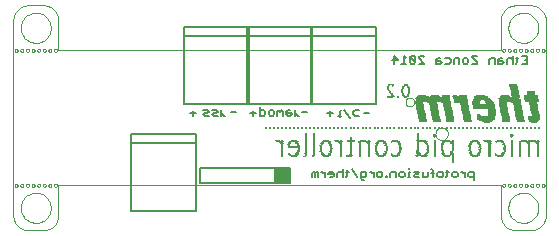
<source format=gbo>
G75*
%MOIN*%
%OFA0B0*%
%FSLAX24Y24*%
%IPPOS*%
%LPD*%
%AMOC8*
5,1,8,0,0,1.08239X$1,22.5*
%
%ADD10C,0.0000*%
%ADD11C,0.0050*%
%ADD12R,0.0080X0.0020*%
%ADD13R,0.0120X0.0020*%
%ADD14R,0.0060X0.0020*%
%ADD15R,0.0140X0.0020*%
%ADD16R,0.0100X0.0020*%
%ADD17R,0.0220X0.0020*%
%ADD18R,0.0200X0.0020*%
%ADD19R,0.0180X0.0020*%
%ADD20R,0.0260X0.0020*%
%ADD21R,0.0240X0.0020*%
%ADD22R,0.0160X0.0020*%
%ADD23R,0.0020X0.0020*%
%ADD24R,0.0040X0.0020*%
%ADD25R,0.0420X0.0020*%
%ADD26R,0.0660X0.0020*%
%ADD27R,0.0360X0.0020*%
%ADD28R,0.0340X0.0020*%
%ADD29R,0.0380X0.0020*%
%ADD30R,0.0280X0.0020*%
%ADD31R,0.0320X0.0020*%
%ADD32R,0.0300X0.0020*%
%ADD33R,0.0400X0.0020*%
%ADD34R,0.0480X0.0020*%
%ADD35R,0.0520X0.0020*%
%ADD36R,0.0580X0.0020*%
%ADD37R,0.0620X0.0020*%
%ADD38R,0.0600X0.0020*%
%ADD39R,0.0760X0.0020*%
%ADD40R,0.0740X0.0020*%
%ADD41R,0.0460X0.0020*%
%ADD42R,0.0440X0.0020*%
%ADD43R,0.0720X0.0020*%
%ADD44R,0.1160X0.0020*%
%ADD45R,0.0700X0.0020*%
%ADD46R,0.0560X0.0020*%
%ADD47R,0.1140X0.0020*%
%ADD48R,0.0680X0.0020*%
%ADD49R,0.1120X0.0020*%
D10*
X004510Y000900D02*
X004510Y007400D01*
X004512Y007444D01*
X004518Y007487D01*
X004527Y007529D01*
X004540Y007571D01*
X004557Y007611D01*
X004577Y007650D01*
X004600Y007687D01*
X004627Y007721D01*
X004656Y007754D01*
X004689Y007783D01*
X004723Y007810D01*
X004760Y007833D01*
X004799Y007853D01*
X004839Y007870D01*
X004881Y007883D01*
X004923Y007892D01*
X004966Y007898D01*
X005010Y007900D01*
X005510Y007900D01*
X005554Y007898D01*
X005597Y007892D01*
X005639Y007883D01*
X005681Y007870D01*
X005721Y007853D01*
X005760Y007833D01*
X005797Y007810D01*
X005831Y007783D01*
X005864Y007754D01*
X005893Y007721D01*
X005920Y007687D01*
X005943Y007650D01*
X005963Y007611D01*
X005980Y007571D01*
X005993Y007529D01*
X006002Y007487D01*
X006008Y007444D01*
X006010Y007400D01*
X006010Y006400D01*
X020760Y006400D01*
X020760Y007400D01*
X020762Y007444D01*
X020768Y007487D01*
X020777Y007529D01*
X020790Y007571D01*
X020807Y007611D01*
X020827Y007650D01*
X020850Y007687D01*
X020877Y007721D01*
X020906Y007754D01*
X020939Y007783D01*
X020973Y007810D01*
X021010Y007833D01*
X021049Y007853D01*
X021089Y007870D01*
X021131Y007883D01*
X021173Y007892D01*
X021216Y007898D01*
X021260Y007900D01*
X021760Y007900D01*
X021804Y007898D01*
X021847Y007892D01*
X021889Y007883D01*
X021931Y007870D01*
X021971Y007853D01*
X022010Y007833D01*
X022047Y007810D01*
X022081Y007783D01*
X022114Y007754D01*
X022143Y007721D01*
X022170Y007687D01*
X022193Y007650D01*
X022213Y007611D01*
X022230Y007571D01*
X022243Y007529D01*
X022252Y007487D01*
X022258Y007444D01*
X022260Y007400D01*
X022260Y000900D01*
X022258Y000856D01*
X022252Y000813D01*
X022243Y000771D01*
X022230Y000729D01*
X022213Y000689D01*
X022193Y000650D01*
X022170Y000613D01*
X022143Y000579D01*
X022114Y000546D01*
X022081Y000517D01*
X022047Y000490D01*
X022010Y000467D01*
X021971Y000447D01*
X021931Y000430D01*
X021889Y000417D01*
X021847Y000408D01*
X021804Y000402D01*
X021760Y000400D01*
X021260Y000400D01*
X021216Y000402D01*
X021173Y000408D01*
X021131Y000417D01*
X021089Y000430D01*
X021049Y000447D01*
X021010Y000467D01*
X020973Y000490D01*
X020939Y000517D01*
X020906Y000546D01*
X020877Y000579D01*
X020850Y000613D01*
X020827Y000650D01*
X020807Y000689D01*
X020790Y000729D01*
X020777Y000771D01*
X020768Y000813D01*
X020762Y000856D01*
X020760Y000900D01*
X020760Y001900D01*
X006010Y001900D01*
X006010Y000900D01*
X006008Y000856D01*
X006002Y000813D01*
X005993Y000771D01*
X005980Y000729D01*
X005963Y000689D01*
X005943Y000650D01*
X005920Y000613D01*
X005893Y000579D01*
X005864Y000546D01*
X005831Y000517D01*
X005797Y000490D01*
X005760Y000467D01*
X005721Y000447D01*
X005681Y000430D01*
X005639Y000417D01*
X005597Y000408D01*
X005554Y000402D01*
X005510Y000400D01*
X005010Y000400D01*
X004966Y000402D01*
X004923Y000408D01*
X004881Y000417D01*
X004839Y000430D01*
X004799Y000447D01*
X004760Y000467D01*
X004723Y000490D01*
X004689Y000517D01*
X004656Y000546D01*
X004627Y000579D01*
X004600Y000613D01*
X004577Y000650D01*
X004557Y000689D01*
X004540Y000729D01*
X004527Y000771D01*
X004518Y000813D01*
X004512Y000856D01*
X004510Y000900D01*
X004760Y001150D02*
X004762Y001194D01*
X004768Y001238D01*
X004778Y001281D01*
X004791Y001323D01*
X004808Y001364D01*
X004829Y001403D01*
X004853Y001440D01*
X004880Y001475D01*
X004910Y001507D01*
X004943Y001537D01*
X004979Y001563D01*
X005016Y001587D01*
X005056Y001606D01*
X005097Y001623D01*
X005140Y001635D01*
X005183Y001644D01*
X005227Y001649D01*
X005271Y001650D01*
X005315Y001647D01*
X005359Y001640D01*
X005402Y001629D01*
X005444Y001615D01*
X005484Y001597D01*
X005523Y001575D01*
X005559Y001551D01*
X005593Y001523D01*
X005625Y001492D01*
X005654Y001458D01*
X005680Y001422D01*
X005702Y001384D01*
X005721Y001344D01*
X005736Y001302D01*
X005748Y001260D01*
X005756Y001216D01*
X005760Y001172D01*
X005760Y001128D01*
X005756Y001084D01*
X005748Y001040D01*
X005736Y000998D01*
X005721Y000956D01*
X005702Y000916D01*
X005680Y000878D01*
X005654Y000842D01*
X005625Y000808D01*
X005593Y000777D01*
X005559Y000749D01*
X005523Y000725D01*
X005484Y000703D01*
X005444Y000685D01*
X005402Y000671D01*
X005359Y000660D01*
X005315Y000653D01*
X005271Y000650D01*
X005227Y000651D01*
X005183Y000656D01*
X005140Y000665D01*
X005097Y000677D01*
X005056Y000694D01*
X005016Y000713D01*
X004979Y000737D01*
X004943Y000763D01*
X004910Y000793D01*
X004880Y000825D01*
X004853Y000860D01*
X004829Y000897D01*
X004808Y000936D01*
X004791Y000977D01*
X004778Y001019D01*
X004768Y001062D01*
X004762Y001106D01*
X004760Y001150D01*
X004741Y001900D02*
X004743Y001913D01*
X004748Y001926D01*
X004757Y001937D01*
X004768Y001944D01*
X004781Y001949D01*
X004794Y001950D01*
X004808Y001947D01*
X004820Y001941D01*
X004830Y001932D01*
X004837Y001920D01*
X004841Y001907D01*
X004841Y001893D01*
X004837Y001880D01*
X004830Y001868D01*
X004820Y001859D01*
X004808Y001853D01*
X004794Y001850D01*
X004781Y001851D01*
X004768Y001856D01*
X004757Y001863D01*
X004748Y001874D01*
X004743Y001887D01*
X004741Y001900D01*
X004553Y001900D02*
X004555Y001913D01*
X004560Y001926D01*
X004569Y001937D01*
X004580Y001944D01*
X004593Y001949D01*
X004606Y001950D01*
X004620Y001947D01*
X004632Y001941D01*
X004642Y001932D01*
X004649Y001920D01*
X004653Y001907D01*
X004653Y001893D01*
X004649Y001880D01*
X004642Y001868D01*
X004632Y001859D01*
X004620Y001853D01*
X004606Y001850D01*
X004593Y001851D01*
X004580Y001856D01*
X004569Y001863D01*
X004560Y001874D01*
X004555Y001887D01*
X004553Y001900D01*
X004928Y001900D02*
X004930Y001913D01*
X004935Y001926D01*
X004944Y001937D01*
X004955Y001944D01*
X004968Y001949D01*
X004981Y001950D01*
X004995Y001947D01*
X005007Y001941D01*
X005017Y001932D01*
X005024Y001920D01*
X005028Y001907D01*
X005028Y001893D01*
X005024Y001880D01*
X005017Y001868D01*
X005007Y001859D01*
X004995Y001853D01*
X004981Y001850D01*
X004968Y001851D01*
X004955Y001856D01*
X004944Y001863D01*
X004935Y001874D01*
X004930Y001887D01*
X004928Y001900D01*
X005116Y001900D02*
X005118Y001913D01*
X005123Y001926D01*
X005132Y001937D01*
X005143Y001944D01*
X005156Y001949D01*
X005169Y001950D01*
X005183Y001947D01*
X005195Y001941D01*
X005205Y001932D01*
X005212Y001920D01*
X005216Y001907D01*
X005216Y001893D01*
X005212Y001880D01*
X005205Y001868D01*
X005195Y001859D01*
X005183Y001853D01*
X005169Y001850D01*
X005156Y001851D01*
X005143Y001856D01*
X005132Y001863D01*
X005123Y001874D01*
X005118Y001887D01*
X005116Y001900D01*
X005303Y001900D02*
X005305Y001913D01*
X005310Y001926D01*
X005319Y001937D01*
X005330Y001944D01*
X005343Y001949D01*
X005356Y001950D01*
X005370Y001947D01*
X005382Y001941D01*
X005392Y001932D01*
X005399Y001920D01*
X005403Y001907D01*
X005403Y001893D01*
X005399Y001880D01*
X005392Y001868D01*
X005382Y001859D01*
X005370Y001853D01*
X005356Y001850D01*
X005343Y001851D01*
X005330Y001856D01*
X005319Y001863D01*
X005310Y001874D01*
X005305Y001887D01*
X005303Y001900D01*
X005491Y001900D02*
X005493Y001913D01*
X005498Y001926D01*
X005507Y001937D01*
X005518Y001944D01*
X005531Y001949D01*
X005544Y001950D01*
X005558Y001947D01*
X005570Y001941D01*
X005580Y001932D01*
X005587Y001920D01*
X005591Y001907D01*
X005591Y001893D01*
X005587Y001880D01*
X005580Y001868D01*
X005570Y001859D01*
X005558Y001853D01*
X005544Y001850D01*
X005531Y001851D01*
X005518Y001856D01*
X005507Y001863D01*
X005498Y001874D01*
X005493Y001887D01*
X005491Y001900D01*
X005678Y001900D02*
X005680Y001913D01*
X005685Y001926D01*
X005694Y001937D01*
X005705Y001944D01*
X005718Y001949D01*
X005731Y001950D01*
X005745Y001947D01*
X005757Y001941D01*
X005767Y001932D01*
X005774Y001920D01*
X005778Y001907D01*
X005778Y001893D01*
X005774Y001880D01*
X005767Y001868D01*
X005757Y001859D01*
X005745Y001853D01*
X005731Y001850D01*
X005718Y001851D01*
X005705Y001856D01*
X005694Y001863D01*
X005685Y001874D01*
X005680Y001887D01*
X005678Y001900D01*
X005866Y001900D02*
X005868Y001913D01*
X005873Y001926D01*
X005882Y001937D01*
X005893Y001944D01*
X005906Y001949D01*
X005919Y001950D01*
X005933Y001947D01*
X005945Y001941D01*
X005955Y001932D01*
X005962Y001920D01*
X005966Y001907D01*
X005966Y001893D01*
X005962Y001880D01*
X005955Y001868D01*
X005945Y001859D01*
X005933Y001853D01*
X005919Y001850D01*
X005906Y001851D01*
X005893Y001856D01*
X005882Y001863D01*
X005873Y001874D01*
X005868Y001887D01*
X005866Y001900D01*
X005866Y006400D02*
X005868Y006413D01*
X005873Y006426D01*
X005882Y006437D01*
X005893Y006444D01*
X005906Y006449D01*
X005919Y006450D01*
X005933Y006447D01*
X005945Y006441D01*
X005955Y006432D01*
X005962Y006420D01*
X005966Y006407D01*
X005966Y006393D01*
X005962Y006380D01*
X005955Y006368D01*
X005945Y006359D01*
X005933Y006353D01*
X005919Y006350D01*
X005906Y006351D01*
X005893Y006356D01*
X005882Y006363D01*
X005873Y006374D01*
X005868Y006387D01*
X005866Y006400D01*
X005678Y006400D02*
X005680Y006413D01*
X005685Y006426D01*
X005694Y006437D01*
X005705Y006444D01*
X005718Y006449D01*
X005731Y006450D01*
X005745Y006447D01*
X005757Y006441D01*
X005767Y006432D01*
X005774Y006420D01*
X005778Y006407D01*
X005778Y006393D01*
X005774Y006380D01*
X005767Y006368D01*
X005757Y006359D01*
X005745Y006353D01*
X005731Y006350D01*
X005718Y006351D01*
X005705Y006356D01*
X005694Y006363D01*
X005685Y006374D01*
X005680Y006387D01*
X005678Y006400D01*
X005491Y006400D02*
X005493Y006413D01*
X005498Y006426D01*
X005507Y006437D01*
X005518Y006444D01*
X005531Y006449D01*
X005544Y006450D01*
X005558Y006447D01*
X005570Y006441D01*
X005580Y006432D01*
X005587Y006420D01*
X005591Y006407D01*
X005591Y006393D01*
X005587Y006380D01*
X005580Y006368D01*
X005570Y006359D01*
X005558Y006353D01*
X005544Y006350D01*
X005531Y006351D01*
X005518Y006356D01*
X005507Y006363D01*
X005498Y006374D01*
X005493Y006387D01*
X005491Y006400D01*
X005303Y006400D02*
X005305Y006413D01*
X005310Y006426D01*
X005319Y006437D01*
X005330Y006444D01*
X005343Y006449D01*
X005356Y006450D01*
X005370Y006447D01*
X005382Y006441D01*
X005392Y006432D01*
X005399Y006420D01*
X005403Y006407D01*
X005403Y006393D01*
X005399Y006380D01*
X005392Y006368D01*
X005382Y006359D01*
X005370Y006353D01*
X005356Y006350D01*
X005343Y006351D01*
X005330Y006356D01*
X005319Y006363D01*
X005310Y006374D01*
X005305Y006387D01*
X005303Y006400D01*
X005116Y006400D02*
X005118Y006413D01*
X005123Y006426D01*
X005132Y006437D01*
X005143Y006444D01*
X005156Y006449D01*
X005169Y006450D01*
X005183Y006447D01*
X005195Y006441D01*
X005205Y006432D01*
X005212Y006420D01*
X005216Y006407D01*
X005216Y006393D01*
X005212Y006380D01*
X005205Y006368D01*
X005195Y006359D01*
X005183Y006353D01*
X005169Y006350D01*
X005156Y006351D01*
X005143Y006356D01*
X005132Y006363D01*
X005123Y006374D01*
X005118Y006387D01*
X005116Y006400D01*
X004928Y006400D02*
X004930Y006413D01*
X004935Y006426D01*
X004944Y006437D01*
X004955Y006444D01*
X004968Y006449D01*
X004981Y006450D01*
X004995Y006447D01*
X005007Y006441D01*
X005017Y006432D01*
X005024Y006420D01*
X005028Y006407D01*
X005028Y006393D01*
X005024Y006380D01*
X005017Y006368D01*
X005007Y006359D01*
X004995Y006353D01*
X004981Y006350D01*
X004968Y006351D01*
X004955Y006356D01*
X004944Y006363D01*
X004935Y006374D01*
X004930Y006387D01*
X004928Y006400D01*
X004741Y006400D02*
X004743Y006413D01*
X004748Y006426D01*
X004757Y006437D01*
X004768Y006444D01*
X004781Y006449D01*
X004794Y006450D01*
X004808Y006447D01*
X004820Y006441D01*
X004830Y006432D01*
X004837Y006420D01*
X004841Y006407D01*
X004841Y006393D01*
X004837Y006380D01*
X004830Y006368D01*
X004820Y006359D01*
X004808Y006353D01*
X004794Y006350D01*
X004781Y006351D01*
X004768Y006356D01*
X004757Y006363D01*
X004748Y006374D01*
X004743Y006387D01*
X004741Y006400D01*
X004553Y006400D02*
X004555Y006413D01*
X004560Y006426D01*
X004569Y006437D01*
X004580Y006444D01*
X004593Y006449D01*
X004606Y006450D01*
X004620Y006447D01*
X004632Y006441D01*
X004642Y006432D01*
X004649Y006420D01*
X004653Y006407D01*
X004653Y006393D01*
X004649Y006380D01*
X004642Y006368D01*
X004632Y006359D01*
X004620Y006353D01*
X004606Y006350D01*
X004593Y006351D01*
X004580Y006356D01*
X004569Y006363D01*
X004560Y006374D01*
X004555Y006387D01*
X004553Y006400D01*
X004760Y007150D02*
X004762Y007194D01*
X004768Y007238D01*
X004778Y007281D01*
X004791Y007323D01*
X004808Y007364D01*
X004829Y007403D01*
X004853Y007440D01*
X004880Y007475D01*
X004910Y007507D01*
X004943Y007537D01*
X004979Y007563D01*
X005016Y007587D01*
X005056Y007606D01*
X005097Y007623D01*
X005140Y007635D01*
X005183Y007644D01*
X005227Y007649D01*
X005271Y007650D01*
X005315Y007647D01*
X005359Y007640D01*
X005402Y007629D01*
X005444Y007615D01*
X005484Y007597D01*
X005523Y007575D01*
X005559Y007551D01*
X005593Y007523D01*
X005625Y007492D01*
X005654Y007458D01*
X005680Y007422D01*
X005702Y007384D01*
X005721Y007344D01*
X005736Y007302D01*
X005748Y007260D01*
X005756Y007216D01*
X005760Y007172D01*
X005760Y007128D01*
X005756Y007084D01*
X005748Y007040D01*
X005736Y006998D01*
X005721Y006956D01*
X005702Y006916D01*
X005680Y006878D01*
X005654Y006842D01*
X005625Y006808D01*
X005593Y006777D01*
X005559Y006749D01*
X005523Y006725D01*
X005484Y006703D01*
X005444Y006685D01*
X005402Y006671D01*
X005359Y006660D01*
X005315Y006653D01*
X005271Y006650D01*
X005227Y006651D01*
X005183Y006656D01*
X005140Y006665D01*
X005097Y006677D01*
X005056Y006694D01*
X005016Y006713D01*
X004979Y006737D01*
X004943Y006763D01*
X004910Y006793D01*
X004880Y006825D01*
X004853Y006860D01*
X004829Y006897D01*
X004808Y006936D01*
X004791Y006977D01*
X004778Y007019D01*
X004768Y007062D01*
X004762Y007106D01*
X004760Y007150D01*
X017583Y004679D02*
X017585Y004703D01*
X017591Y004726D01*
X017600Y004748D01*
X017613Y004768D01*
X017628Y004786D01*
X017647Y004801D01*
X017668Y004813D01*
X017690Y004821D01*
X017713Y004826D01*
X017737Y004827D01*
X017761Y004824D01*
X017783Y004817D01*
X017805Y004807D01*
X017825Y004794D01*
X017842Y004777D01*
X017856Y004758D01*
X017867Y004737D01*
X017875Y004714D01*
X017879Y004691D01*
X017879Y004667D01*
X017875Y004644D01*
X017867Y004621D01*
X017856Y004600D01*
X017842Y004581D01*
X017825Y004564D01*
X017805Y004551D01*
X017783Y004541D01*
X017761Y004534D01*
X017737Y004531D01*
X017713Y004532D01*
X017690Y004537D01*
X017668Y004545D01*
X017647Y004557D01*
X017628Y004572D01*
X017613Y004590D01*
X017600Y004610D01*
X017591Y004632D01*
X017585Y004655D01*
X017583Y004679D01*
X018581Y003621D02*
X018583Y003649D01*
X018589Y003677D01*
X018598Y003703D01*
X018611Y003729D01*
X018627Y003752D01*
X018647Y003772D01*
X018669Y003790D01*
X018693Y003805D01*
X018719Y003816D01*
X018746Y003824D01*
X018774Y003828D01*
X018802Y003828D01*
X018830Y003824D01*
X018857Y003816D01*
X018883Y003805D01*
X018907Y003790D01*
X018929Y003772D01*
X018949Y003752D01*
X018965Y003729D01*
X018978Y003703D01*
X018987Y003677D01*
X018993Y003649D01*
X018995Y003621D01*
X018993Y003593D01*
X018987Y003565D01*
X018978Y003539D01*
X018965Y003513D01*
X018949Y003490D01*
X018929Y003470D01*
X018907Y003452D01*
X018883Y003437D01*
X018857Y003426D01*
X018830Y003418D01*
X018802Y003414D01*
X018774Y003414D01*
X018746Y003418D01*
X018719Y003426D01*
X018693Y003437D01*
X018669Y003452D01*
X018647Y003470D01*
X018627Y003490D01*
X018611Y003513D01*
X018598Y003539D01*
X018589Y003565D01*
X018583Y003593D01*
X018581Y003621D01*
X020803Y001900D02*
X020805Y001913D01*
X020810Y001926D01*
X020819Y001937D01*
X020830Y001944D01*
X020843Y001949D01*
X020856Y001950D01*
X020870Y001947D01*
X020882Y001941D01*
X020892Y001932D01*
X020899Y001920D01*
X020903Y001907D01*
X020903Y001893D01*
X020899Y001880D01*
X020892Y001868D01*
X020882Y001859D01*
X020870Y001853D01*
X020856Y001850D01*
X020843Y001851D01*
X020830Y001856D01*
X020819Y001863D01*
X020810Y001874D01*
X020805Y001887D01*
X020803Y001900D01*
X020991Y001900D02*
X020993Y001913D01*
X020998Y001926D01*
X021007Y001937D01*
X021018Y001944D01*
X021031Y001949D01*
X021044Y001950D01*
X021058Y001947D01*
X021070Y001941D01*
X021080Y001932D01*
X021087Y001920D01*
X021091Y001907D01*
X021091Y001893D01*
X021087Y001880D01*
X021080Y001868D01*
X021070Y001859D01*
X021058Y001853D01*
X021044Y001850D01*
X021031Y001851D01*
X021018Y001856D01*
X021007Y001863D01*
X020998Y001874D01*
X020993Y001887D01*
X020991Y001900D01*
X021178Y001900D02*
X021180Y001913D01*
X021185Y001926D01*
X021194Y001937D01*
X021205Y001944D01*
X021218Y001949D01*
X021231Y001950D01*
X021245Y001947D01*
X021257Y001941D01*
X021267Y001932D01*
X021274Y001920D01*
X021278Y001907D01*
X021278Y001893D01*
X021274Y001880D01*
X021267Y001868D01*
X021257Y001859D01*
X021245Y001853D01*
X021231Y001850D01*
X021218Y001851D01*
X021205Y001856D01*
X021194Y001863D01*
X021185Y001874D01*
X021180Y001887D01*
X021178Y001900D01*
X021366Y001900D02*
X021368Y001913D01*
X021373Y001926D01*
X021382Y001937D01*
X021393Y001944D01*
X021406Y001949D01*
X021419Y001950D01*
X021433Y001947D01*
X021445Y001941D01*
X021455Y001932D01*
X021462Y001920D01*
X021466Y001907D01*
X021466Y001893D01*
X021462Y001880D01*
X021455Y001868D01*
X021445Y001859D01*
X021433Y001853D01*
X021419Y001850D01*
X021406Y001851D01*
X021393Y001856D01*
X021382Y001863D01*
X021373Y001874D01*
X021368Y001887D01*
X021366Y001900D01*
X021553Y001900D02*
X021555Y001913D01*
X021560Y001926D01*
X021569Y001937D01*
X021580Y001944D01*
X021593Y001949D01*
X021606Y001950D01*
X021620Y001947D01*
X021632Y001941D01*
X021642Y001932D01*
X021649Y001920D01*
X021653Y001907D01*
X021653Y001893D01*
X021649Y001880D01*
X021642Y001868D01*
X021632Y001859D01*
X021620Y001853D01*
X021606Y001850D01*
X021593Y001851D01*
X021580Y001856D01*
X021569Y001863D01*
X021560Y001874D01*
X021555Y001887D01*
X021553Y001900D01*
X021741Y001900D02*
X021743Y001913D01*
X021748Y001926D01*
X021757Y001937D01*
X021768Y001944D01*
X021781Y001949D01*
X021794Y001950D01*
X021808Y001947D01*
X021820Y001941D01*
X021830Y001932D01*
X021837Y001920D01*
X021841Y001907D01*
X021841Y001893D01*
X021837Y001880D01*
X021830Y001868D01*
X021820Y001859D01*
X021808Y001853D01*
X021794Y001850D01*
X021781Y001851D01*
X021768Y001856D01*
X021757Y001863D01*
X021748Y001874D01*
X021743Y001887D01*
X021741Y001900D01*
X021928Y001900D02*
X021930Y001913D01*
X021935Y001926D01*
X021944Y001937D01*
X021955Y001944D01*
X021968Y001949D01*
X021981Y001950D01*
X021995Y001947D01*
X022007Y001941D01*
X022017Y001932D01*
X022024Y001920D01*
X022028Y001907D01*
X022028Y001893D01*
X022024Y001880D01*
X022017Y001868D01*
X022007Y001859D01*
X021995Y001853D01*
X021981Y001850D01*
X021968Y001851D01*
X021955Y001856D01*
X021944Y001863D01*
X021935Y001874D01*
X021930Y001887D01*
X021928Y001900D01*
X022116Y001900D02*
X022118Y001913D01*
X022123Y001926D01*
X022132Y001937D01*
X022143Y001944D01*
X022156Y001949D01*
X022169Y001950D01*
X022183Y001947D01*
X022195Y001941D01*
X022205Y001932D01*
X022212Y001920D01*
X022216Y001907D01*
X022216Y001893D01*
X022212Y001880D01*
X022205Y001868D01*
X022195Y001859D01*
X022183Y001853D01*
X022169Y001850D01*
X022156Y001851D01*
X022143Y001856D01*
X022132Y001863D01*
X022123Y001874D01*
X022118Y001887D01*
X022116Y001900D01*
X021010Y001150D02*
X021012Y001194D01*
X021018Y001238D01*
X021028Y001281D01*
X021041Y001323D01*
X021058Y001364D01*
X021079Y001403D01*
X021103Y001440D01*
X021130Y001475D01*
X021160Y001507D01*
X021193Y001537D01*
X021229Y001563D01*
X021266Y001587D01*
X021306Y001606D01*
X021347Y001623D01*
X021390Y001635D01*
X021433Y001644D01*
X021477Y001649D01*
X021521Y001650D01*
X021565Y001647D01*
X021609Y001640D01*
X021652Y001629D01*
X021694Y001615D01*
X021734Y001597D01*
X021773Y001575D01*
X021809Y001551D01*
X021843Y001523D01*
X021875Y001492D01*
X021904Y001458D01*
X021930Y001422D01*
X021952Y001384D01*
X021971Y001344D01*
X021986Y001302D01*
X021998Y001260D01*
X022006Y001216D01*
X022010Y001172D01*
X022010Y001128D01*
X022006Y001084D01*
X021998Y001040D01*
X021986Y000998D01*
X021971Y000956D01*
X021952Y000916D01*
X021930Y000878D01*
X021904Y000842D01*
X021875Y000808D01*
X021843Y000777D01*
X021809Y000749D01*
X021773Y000725D01*
X021734Y000703D01*
X021694Y000685D01*
X021652Y000671D01*
X021609Y000660D01*
X021565Y000653D01*
X021521Y000650D01*
X021477Y000651D01*
X021433Y000656D01*
X021390Y000665D01*
X021347Y000677D01*
X021306Y000694D01*
X021266Y000713D01*
X021229Y000737D01*
X021193Y000763D01*
X021160Y000793D01*
X021130Y000825D01*
X021103Y000860D01*
X021079Y000897D01*
X021058Y000936D01*
X021041Y000977D01*
X021028Y001019D01*
X021018Y001062D01*
X021012Y001106D01*
X021010Y001150D01*
X020991Y006400D02*
X020993Y006413D01*
X020998Y006426D01*
X021007Y006437D01*
X021018Y006444D01*
X021031Y006449D01*
X021044Y006450D01*
X021058Y006447D01*
X021070Y006441D01*
X021080Y006432D01*
X021087Y006420D01*
X021091Y006407D01*
X021091Y006393D01*
X021087Y006380D01*
X021080Y006368D01*
X021070Y006359D01*
X021058Y006353D01*
X021044Y006350D01*
X021031Y006351D01*
X021018Y006356D01*
X021007Y006363D01*
X020998Y006374D01*
X020993Y006387D01*
X020991Y006400D01*
X020803Y006400D02*
X020805Y006413D01*
X020810Y006426D01*
X020819Y006437D01*
X020830Y006444D01*
X020843Y006449D01*
X020856Y006450D01*
X020870Y006447D01*
X020882Y006441D01*
X020892Y006432D01*
X020899Y006420D01*
X020903Y006407D01*
X020903Y006393D01*
X020899Y006380D01*
X020892Y006368D01*
X020882Y006359D01*
X020870Y006353D01*
X020856Y006350D01*
X020843Y006351D01*
X020830Y006356D01*
X020819Y006363D01*
X020810Y006374D01*
X020805Y006387D01*
X020803Y006400D01*
X021178Y006400D02*
X021180Y006413D01*
X021185Y006426D01*
X021194Y006437D01*
X021205Y006444D01*
X021218Y006449D01*
X021231Y006450D01*
X021245Y006447D01*
X021257Y006441D01*
X021267Y006432D01*
X021274Y006420D01*
X021278Y006407D01*
X021278Y006393D01*
X021274Y006380D01*
X021267Y006368D01*
X021257Y006359D01*
X021245Y006353D01*
X021231Y006350D01*
X021218Y006351D01*
X021205Y006356D01*
X021194Y006363D01*
X021185Y006374D01*
X021180Y006387D01*
X021178Y006400D01*
X021366Y006400D02*
X021368Y006413D01*
X021373Y006426D01*
X021382Y006437D01*
X021393Y006444D01*
X021406Y006449D01*
X021419Y006450D01*
X021433Y006447D01*
X021445Y006441D01*
X021455Y006432D01*
X021462Y006420D01*
X021466Y006407D01*
X021466Y006393D01*
X021462Y006380D01*
X021455Y006368D01*
X021445Y006359D01*
X021433Y006353D01*
X021419Y006350D01*
X021406Y006351D01*
X021393Y006356D01*
X021382Y006363D01*
X021373Y006374D01*
X021368Y006387D01*
X021366Y006400D01*
X021553Y006400D02*
X021555Y006413D01*
X021560Y006426D01*
X021569Y006437D01*
X021580Y006444D01*
X021593Y006449D01*
X021606Y006450D01*
X021620Y006447D01*
X021632Y006441D01*
X021642Y006432D01*
X021649Y006420D01*
X021653Y006407D01*
X021653Y006393D01*
X021649Y006380D01*
X021642Y006368D01*
X021632Y006359D01*
X021620Y006353D01*
X021606Y006350D01*
X021593Y006351D01*
X021580Y006356D01*
X021569Y006363D01*
X021560Y006374D01*
X021555Y006387D01*
X021553Y006400D01*
X021741Y006400D02*
X021743Y006413D01*
X021748Y006426D01*
X021757Y006437D01*
X021768Y006444D01*
X021781Y006449D01*
X021794Y006450D01*
X021808Y006447D01*
X021820Y006441D01*
X021830Y006432D01*
X021837Y006420D01*
X021841Y006407D01*
X021841Y006393D01*
X021837Y006380D01*
X021830Y006368D01*
X021820Y006359D01*
X021808Y006353D01*
X021794Y006350D01*
X021781Y006351D01*
X021768Y006356D01*
X021757Y006363D01*
X021748Y006374D01*
X021743Y006387D01*
X021741Y006400D01*
X021928Y006400D02*
X021930Y006413D01*
X021935Y006426D01*
X021944Y006437D01*
X021955Y006444D01*
X021968Y006449D01*
X021981Y006450D01*
X021995Y006447D01*
X022007Y006441D01*
X022017Y006432D01*
X022024Y006420D01*
X022028Y006407D01*
X022028Y006393D01*
X022024Y006380D01*
X022017Y006368D01*
X022007Y006359D01*
X021995Y006353D01*
X021981Y006350D01*
X021968Y006351D01*
X021955Y006356D01*
X021944Y006363D01*
X021935Y006374D01*
X021930Y006387D01*
X021928Y006400D01*
X022116Y006400D02*
X022118Y006413D01*
X022123Y006426D01*
X022132Y006437D01*
X022143Y006444D01*
X022156Y006449D01*
X022169Y006450D01*
X022183Y006447D01*
X022195Y006441D01*
X022205Y006432D01*
X022212Y006420D01*
X022216Y006407D01*
X022216Y006393D01*
X022212Y006380D01*
X022205Y006368D01*
X022195Y006359D01*
X022183Y006353D01*
X022169Y006350D01*
X022156Y006351D01*
X022143Y006356D01*
X022132Y006363D01*
X022123Y006374D01*
X022118Y006387D01*
X022116Y006400D01*
X021010Y007150D02*
X021012Y007194D01*
X021018Y007238D01*
X021028Y007281D01*
X021041Y007323D01*
X021058Y007364D01*
X021079Y007403D01*
X021103Y007440D01*
X021130Y007475D01*
X021160Y007507D01*
X021193Y007537D01*
X021229Y007563D01*
X021266Y007587D01*
X021306Y007606D01*
X021347Y007623D01*
X021390Y007635D01*
X021433Y007644D01*
X021477Y007649D01*
X021521Y007650D01*
X021565Y007647D01*
X021609Y007640D01*
X021652Y007629D01*
X021694Y007615D01*
X021734Y007597D01*
X021773Y007575D01*
X021809Y007551D01*
X021843Y007523D01*
X021875Y007492D01*
X021904Y007458D01*
X021930Y007422D01*
X021952Y007384D01*
X021971Y007344D01*
X021986Y007302D01*
X021998Y007260D01*
X022006Y007216D01*
X022010Y007172D01*
X022010Y007128D01*
X022006Y007084D01*
X021998Y007040D01*
X021986Y006998D01*
X021971Y006956D01*
X021952Y006916D01*
X021930Y006878D01*
X021904Y006842D01*
X021875Y006808D01*
X021843Y006777D01*
X021809Y006749D01*
X021773Y006725D01*
X021734Y006703D01*
X021694Y006685D01*
X021652Y006671D01*
X021609Y006660D01*
X021565Y006653D01*
X021521Y006650D01*
X021477Y006651D01*
X021433Y006656D01*
X021390Y006665D01*
X021347Y006677D01*
X021306Y006694D01*
X021266Y006713D01*
X021229Y006737D01*
X021193Y006763D01*
X021160Y006793D01*
X021130Y006825D01*
X021103Y006860D01*
X021079Y006897D01*
X021058Y006936D01*
X021041Y006977D01*
X021028Y007019D01*
X021018Y007062D01*
X021012Y007106D01*
X021010Y007150D01*
D11*
X021150Y006226D02*
X021150Y005956D01*
X021256Y005956D02*
X021301Y006001D01*
X021301Y006181D01*
X021346Y006136D02*
X021256Y006136D01*
X021150Y006091D02*
X021105Y006136D01*
X021015Y006136D01*
X020970Y006091D01*
X020970Y005956D01*
X020855Y006001D02*
X020810Y006046D01*
X020675Y006046D01*
X020675Y006091D02*
X020675Y005956D01*
X020810Y005956D01*
X020855Y006001D01*
X020810Y006136D02*
X020720Y006136D01*
X020675Y006091D01*
X020560Y006136D02*
X020425Y006136D01*
X020380Y006091D01*
X020380Y005956D01*
X020560Y005956D02*
X020560Y006136D01*
X019971Y006226D02*
X019791Y006226D01*
X019791Y006181D01*
X019971Y006001D01*
X019971Y005956D01*
X019791Y005956D01*
X019676Y006001D02*
X019631Y005956D01*
X019541Y005956D01*
X019496Y006001D01*
X019496Y006091D01*
X019541Y006136D01*
X019631Y006136D01*
X019676Y006091D01*
X019676Y006001D01*
X019382Y005956D02*
X019382Y006136D01*
X019247Y006136D01*
X019202Y006091D01*
X019202Y005956D01*
X019087Y006001D02*
X019087Y006091D01*
X019042Y006136D01*
X018907Y006136D01*
X018747Y006136D02*
X018657Y006136D01*
X018612Y006091D01*
X018612Y005956D01*
X018747Y005956D01*
X018792Y006001D01*
X018747Y006046D01*
X018612Y006046D01*
X018203Y005956D02*
X018023Y006136D01*
X018023Y006181D01*
X018068Y006226D01*
X018158Y006226D01*
X018203Y006181D01*
X018203Y005956D02*
X018023Y005956D01*
X017909Y006001D02*
X017728Y006181D01*
X017728Y006001D01*
X017773Y005956D01*
X017863Y005956D01*
X017909Y006001D01*
X017909Y006181D01*
X017863Y006226D01*
X017773Y006226D01*
X017728Y006181D01*
X017614Y006136D02*
X017524Y006226D01*
X017524Y005956D01*
X017614Y005956D02*
X017434Y005956D01*
X017319Y006091D02*
X017139Y006091D01*
X017184Y005956D02*
X017184Y006226D01*
X017319Y006091D01*
X016600Y006884D02*
X014435Y006884D01*
X014435Y004620D01*
X016600Y004620D01*
X016600Y006884D01*
X016600Y007180D01*
X014435Y007180D01*
X014435Y006884D01*
X014475Y006884D02*
X012310Y006884D01*
X012310Y004620D01*
X014475Y004620D01*
X014475Y006884D01*
X014475Y007180D01*
X012310Y007180D01*
X012310Y006884D01*
X012350Y006884D02*
X010185Y006884D01*
X010185Y004620D01*
X012350Y004620D01*
X012350Y006884D01*
X012350Y007180D01*
X010185Y007180D01*
X010185Y006884D01*
X010847Y004406D02*
X010982Y004406D01*
X011027Y004361D01*
X010982Y004316D01*
X010892Y004316D01*
X010847Y004271D01*
X010892Y004226D01*
X011027Y004226D01*
X011142Y004271D02*
X011187Y004226D01*
X011322Y004226D01*
X011277Y004316D02*
X011187Y004316D01*
X011142Y004271D01*
X011142Y004406D02*
X011277Y004406D01*
X011322Y004361D01*
X011277Y004316D01*
X011436Y004316D02*
X011526Y004226D01*
X011571Y004226D01*
X011436Y004226D02*
X011436Y004406D01*
X011753Y004334D02*
X011933Y004334D01*
X012410Y004302D02*
X012590Y004302D01*
X012500Y004212D02*
X012500Y004392D01*
X012722Y004406D02*
X012857Y004406D01*
X012902Y004361D01*
X012902Y004271D01*
X012857Y004226D01*
X012722Y004226D01*
X012722Y004496D01*
X013017Y004361D02*
X013062Y004406D01*
X013152Y004406D01*
X013197Y004361D01*
X013197Y004271D01*
X013152Y004226D01*
X013062Y004226D01*
X013017Y004271D01*
X013017Y004361D01*
X013311Y004361D02*
X013356Y004406D01*
X013401Y004361D01*
X013446Y004406D01*
X013491Y004361D01*
X013491Y004226D01*
X013606Y004271D02*
X013651Y004226D01*
X013741Y004226D01*
X013786Y004271D01*
X013786Y004316D01*
X013606Y004316D01*
X013606Y004361D02*
X013606Y004271D01*
X013606Y004361D02*
X013651Y004406D01*
X013741Y004406D01*
X013901Y004406D02*
X013901Y004226D01*
X013901Y004316D02*
X013991Y004226D01*
X014036Y004226D01*
X014128Y004334D02*
X014308Y004334D01*
X014972Y004302D02*
X015152Y004302D01*
X015062Y004212D02*
X015062Y004392D01*
X015347Y004226D02*
X015437Y004226D01*
X015392Y004181D02*
X015392Y004361D01*
X015437Y004406D01*
X015543Y004406D02*
X015724Y004136D01*
X015838Y004271D02*
X015838Y004361D01*
X015883Y004406D01*
X016018Y004406D01*
X016018Y004226D02*
X015883Y004226D01*
X015838Y004271D01*
X016191Y004302D02*
X016371Y004302D01*
X015800Y002445D02*
X015980Y002175D01*
X016094Y002175D02*
X016230Y002175D01*
X016275Y002220D01*
X016275Y002310D01*
X016230Y002355D01*
X016094Y002355D01*
X016094Y002130D01*
X016139Y002085D01*
X016185Y002085D01*
X016385Y002355D02*
X016430Y002355D01*
X016520Y002265D01*
X016520Y002175D02*
X016520Y002355D01*
X016635Y002310D02*
X016680Y002355D01*
X016770Y002355D01*
X016815Y002310D01*
X016815Y002220D01*
X016770Y002175D01*
X016680Y002175D01*
X016635Y002220D01*
X016635Y002310D01*
X016917Y002220D02*
X016917Y002175D01*
X016962Y002175D01*
X016962Y002220D01*
X016917Y002220D01*
X017077Y002175D02*
X017077Y002310D01*
X017122Y002355D01*
X017257Y002355D01*
X017257Y002175D01*
X017371Y002220D02*
X017416Y002175D01*
X017506Y002175D01*
X017551Y002220D01*
X017551Y002310D01*
X017506Y002355D01*
X017416Y002355D01*
X017371Y002310D01*
X017371Y002220D01*
X017658Y002175D02*
X017748Y002175D01*
X017703Y002175D02*
X017703Y002355D01*
X017748Y002355D01*
X017703Y002445D02*
X017703Y002490D01*
X017862Y002355D02*
X017997Y002355D01*
X018042Y002310D01*
X017997Y002265D01*
X017907Y002265D01*
X017862Y002220D01*
X017907Y002175D01*
X018042Y002175D01*
X018157Y002175D02*
X018157Y002355D01*
X018157Y002175D02*
X018292Y002175D01*
X018337Y002220D01*
X018337Y002355D01*
X018444Y002310D02*
X018534Y002310D01*
X018489Y002400D02*
X018489Y002175D01*
X018648Y002220D02*
X018648Y002310D01*
X018693Y002355D01*
X018783Y002355D01*
X018828Y002310D01*
X018828Y002220D01*
X018783Y002175D01*
X018693Y002175D01*
X018648Y002220D01*
X018489Y002400D02*
X018444Y002445D01*
X018935Y002355D02*
X019025Y002355D01*
X018980Y002400D02*
X018980Y002220D01*
X018935Y002175D01*
X019139Y002220D02*
X019139Y002310D01*
X019184Y002355D01*
X019274Y002355D01*
X019319Y002310D01*
X019319Y002220D01*
X019274Y002175D01*
X019184Y002175D01*
X019139Y002220D01*
X019430Y002355D02*
X019475Y002355D01*
X019565Y002265D01*
X019565Y002175D02*
X019565Y002355D01*
X019679Y002310D02*
X019679Y002220D01*
X019724Y002175D01*
X019860Y002175D01*
X019860Y002085D02*
X019860Y002355D01*
X019724Y002355D01*
X019679Y002310D01*
X015685Y002355D02*
X015595Y002355D01*
X015640Y002400D02*
X015640Y002220D01*
X015595Y002175D01*
X015489Y002175D02*
X015489Y002445D01*
X015444Y002355D02*
X015354Y002355D01*
X015309Y002310D01*
X015309Y002175D01*
X015194Y002220D02*
X015194Y002310D01*
X015149Y002355D01*
X015059Y002355D01*
X015014Y002310D01*
X015014Y002265D01*
X015194Y002265D01*
X015194Y002220D02*
X015149Y002175D01*
X015059Y002175D01*
X014900Y002175D02*
X014900Y002355D01*
X014900Y002265D02*
X014809Y002355D01*
X014764Y002355D01*
X014654Y002355D02*
X014654Y002175D01*
X014564Y002175D02*
X014564Y002310D01*
X014519Y002355D01*
X014474Y002310D01*
X014474Y002175D01*
X014564Y002310D02*
X014609Y002355D01*
X014654Y002355D01*
X015444Y002355D02*
X015489Y002310D01*
X013728Y002322D02*
X013228Y002322D01*
X013228Y002370D02*
X013728Y002370D01*
X013728Y002419D02*
X013228Y002419D01*
X013228Y002467D02*
X013728Y002467D01*
X013728Y002494D02*
X013728Y001994D01*
X013228Y001994D01*
X013228Y002494D01*
X013728Y002494D01*
X010728Y002494D01*
X010728Y001994D01*
X013728Y001994D01*
X013728Y002494D01*
X013728Y002273D02*
X013228Y002273D01*
X013228Y002225D02*
X013728Y002225D01*
X013728Y002176D02*
X013228Y002176D01*
X013228Y002128D02*
X013728Y002128D01*
X013728Y002079D02*
X013228Y002079D01*
X013228Y002031D02*
X013728Y002031D01*
X013311Y004226D02*
X013311Y004361D01*
X010590Y004302D02*
X010410Y004302D01*
X010500Y004212D02*
X010500Y004392D01*
X010600Y003617D02*
X010600Y003322D01*
X008435Y003322D01*
X008435Y001058D01*
X010600Y001058D01*
X010600Y003322D01*
X010600Y003617D02*
X008435Y003617D01*
X008435Y003322D01*
X018907Y005956D02*
X019042Y005956D01*
X019087Y006001D01*
X021461Y005956D02*
X021641Y005956D01*
X021641Y006226D01*
X021461Y006226D01*
X021551Y006091D02*
X021641Y006091D01*
D12*
X022011Y003370D03*
X022011Y003270D03*
X022011Y003250D03*
X022011Y003230D03*
X022011Y003210D03*
X022011Y003190D03*
X022011Y003170D03*
X022011Y003150D03*
X022011Y003130D03*
X022011Y003110D03*
X022011Y003090D03*
X022011Y003070D03*
X022011Y003050D03*
X022011Y003030D03*
X022011Y003010D03*
X022011Y002990D03*
X022011Y002970D03*
X022011Y002950D03*
X022011Y002930D03*
X022011Y002910D03*
X022011Y002890D03*
X022011Y002870D03*
X022011Y002850D03*
X021711Y002850D03*
X021711Y002870D03*
X021711Y002890D03*
X021711Y002910D03*
X021711Y002930D03*
X021711Y002950D03*
X021711Y002970D03*
X021711Y002990D03*
X021711Y003010D03*
X021711Y003030D03*
X021711Y003050D03*
X021711Y003070D03*
X021711Y003090D03*
X021711Y003110D03*
X021711Y003130D03*
X021711Y003150D03*
X021711Y003170D03*
X021711Y003190D03*
X021711Y003210D03*
X021711Y003230D03*
X021711Y003250D03*
X021711Y003270D03*
X021411Y003270D03*
X021411Y003290D03*
X021411Y003310D03*
X021411Y003250D03*
X021411Y003230D03*
X021411Y003210D03*
X021411Y003190D03*
X021411Y003170D03*
X021411Y003150D03*
X021411Y003130D03*
X021411Y003110D03*
X021411Y003090D03*
X021411Y003070D03*
X021411Y003050D03*
X021411Y003030D03*
X021411Y003010D03*
X021411Y002990D03*
X021411Y002970D03*
X021411Y002950D03*
X021411Y002930D03*
X021411Y002910D03*
X021411Y002890D03*
X021411Y002870D03*
X021411Y002850D03*
X021131Y002850D03*
X021131Y002870D03*
X021131Y002890D03*
X021131Y002910D03*
X021131Y002930D03*
X021131Y002950D03*
X021131Y002970D03*
X021131Y002990D03*
X021131Y003010D03*
X021131Y003030D03*
X021131Y003050D03*
X021131Y003070D03*
X021131Y003090D03*
X021131Y003110D03*
X021131Y003130D03*
X021131Y003150D03*
X021131Y003170D03*
X021131Y003190D03*
X021131Y003210D03*
X021131Y003230D03*
X021131Y003250D03*
X021131Y003270D03*
X021131Y003290D03*
X021131Y003310D03*
X021131Y003330D03*
X021131Y003350D03*
X021131Y003370D03*
X020871Y003270D03*
X020871Y003250D03*
X020891Y003210D03*
X020891Y003190D03*
X020891Y003170D03*
X020891Y003150D03*
X020891Y003070D03*
X020891Y003050D03*
X020891Y003030D03*
X020891Y003010D03*
X020871Y002970D03*
X020851Y003290D03*
X020091Y003110D03*
X020071Y003070D03*
X020071Y003050D03*
X020071Y003030D03*
X020071Y003010D03*
X020051Y002970D03*
X020031Y002930D03*
X019771Y002950D03*
X019751Y002990D03*
X019751Y003010D03*
X019731Y003050D03*
X019731Y003070D03*
X019731Y003090D03*
X019731Y003110D03*
X019731Y003130D03*
X019731Y003150D03*
X019731Y003170D03*
X019751Y003230D03*
X019771Y003270D03*
X020031Y003290D03*
X020051Y003250D03*
X020071Y003210D03*
X020071Y003190D03*
X020071Y003170D03*
X019151Y003170D03*
X019151Y003190D03*
X019151Y003210D03*
X019151Y003230D03*
X019151Y003250D03*
X019151Y003270D03*
X019151Y003370D03*
X019151Y003150D03*
X019151Y003130D03*
X019151Y003110D03*
X019151Y003090D03*
X019151Y003070D03*
X019151Y003050D03*
X019151Y003030D03*
X019151Y002890D03*
X019151Y002870D03*
X019151Y002850D03*
X019151Y002830D03*
X019151Y002810D03*
X019151Y002790D03*
X019151Y002770D03*
X019151Y002750D03*
X019151Y002730D03*
X019151Y002710D03*
X019151Y002690D03*
X019151Y002670D03*
X019151Y002650D03*
X019051Y002890D03*
X018851Y002930D03*
X018831Y002970D03*
X018831Y002990D03*
X018831Y003010D03*
X018811Y003050D03*
X018811Y003070D03*
X018811Y003090D03*
X018811Y003110D03*
X018811Y003130D03*
X018811Y003150D03*
X018811Y003170D03*
X018811Y003190D03*
X018811Y003210D03*
X018831Y003250D03*
X018831Y003270D03*
X018571Y003270D03*
X018571Y003290D03*
X018571Y003310D03*
X018571Y003330D03*
X018571Y003350D03*
X018571Y003370D03*
X018571Y003250D03*
X018571Y003230D03*
X018571Y003210D03*
X018571Y003190D03*
X018571Y003170D03*
X018571Y003150D03*
X018571Y003130D03*
X018571Y003110D03*
X018571Y003090D03*
X018571Y003070D03*
X018571Y003050D03*
X018571Y003030D03*
X018571Y003010D03*
X018571Y002990D03*
X018571Y002970D03*
X018571Y002950D03*
X018571Y002930D03*
X018571Y002910D03*
X018571Y002890D03*
X018571Y002870D03*
X018571Y002850D03*
X018311Y002950D03*
X018331Y003010D03*
X018331Y003030D03*
X018331Y003050D03*
X018331Y003110D03*
X018331Y003130D03*
X018331Y003150D03*
X018331Y003170D03*
X018331Y003190D03*
X018331Y003210D03*
X018311Y003230D03*
X018311Y003250D03*
X018291Y003290D03*
X017991Y003290D03*
X017991Y003270D03*
X017991Y003250D03*
X017991Y003230D03*
X017991Y003210D03*
X017991Y003190D03*
X017991Y003170D03*
X017991Y003150D03*
X017991Y003130D03*
X017991Y003110D03*
X017991Y003090D03*
X017991Y003070D03*
X017991Y002890D03*
X017971Y002850D03*
X017991Y003310D03*
X017991Y003410D03*
X017991Y003430D03*
X017991Y003450D03*
X017991Y003470D03*
X017991Y003490D03*
X017991Y003510D03*
X017991Y003530D03*
X017991Y003550D03*
X017991Y003570D03*
X017991Y003590D03*
X017991Y003610D03*
X017391Y003270D03*
X017391Y003250D03*
X017411Y003210D03*
X017411Y003190D03*
X017411Y003170D03*
X017411Y003150D03*
X017411Y003070D03*
X017411Y003050D03*
X017411Y003030D03*
X017411Y003010D03*
X017391Y002970D03*
X017371Y002930D03*
X017371Y003290D03*
X016951Y003190D03*
X016951Y003170D03*
X016951Y003150D03*
X016951Y003130D03*
X016951Y003110D03*
X016951Y003090D03*
X016951Y003070D03*
X016951Y003050D03*
X016951Y003030D03*
X016931Y002990D03*
X016931Y002970D03*
X016931Y003230D03*
X016931Y003250D03*
X016631Y003250D03*
X016631Y003230D03*
X016611Y003190D03*
X016611Y003170D03*
X016611Y003150D03*
X016611Y003130D03*
X016611Y003110D03*
X016611Y003090D03*
X016611Y003070D03*
X016611Y003050D03*
X016611Y003030D03*
X016631Y002990D03*
X016631Y002970D03*
X016371Y002970D03*
X016371Y002990D03*
X016371Y003010D03*
X016371Y003030D03*
X016371Y003050D03*
X016371Y003070D03*
X016371Y003090D03*
X016371Y003110D03*
X016371Y003130D03*
X016371Y003150D03*
X016371Y003170D03*
X016371Y003190D03*
X016371Y003210D03*
X016371Y003230D03*
X016371Y003250D03*
X016371Y003270D03*
X016371Y003370D03*
X016051Y003290D03*
X016051Y003270D03*
X016051Y003250D03*
X016051Y003230D03*
X016051Y003210D03*
X016051Y003190D03*
X016051Y003170D03*
X016051Y003150D03*
X016051Y003130D03*
X016051Y003110D03*
X016051Y003090D03*
X016051Y003070D03*
X016051Y003050D03*
X016051Y003030D03*
X016051Y003010D03*
X016051Y002990D03*
X016051Y002970D03*
X016051Y002950D03*
X016051Y002930D03*
X016051Y002910D03*
X016051Y002890D03*
X016051Y002870D03*
X016051Y002850D03*
X015771Y002930D03*
X015771Y002950D03*
X015771Y002970D03*
X015771Y002990D03*
X015771Y003010D03*
X015771Y003030D03*
X015771Y003050D03*
X015771Y003070D03*
X015771Y003090D03*
X015771Y003110D03*
X015771Y003130D03*
X015771Y003150D03*
X015771Y003170D03*
X015771Y003190D03*
X015771Y003210D03*
X015771Y003230D03*
X015771Y003250D03*
X015771Y003270D03*
X015771Y003290D03*
X015771Y003310D03*
X015771Y003390D03*
X015771Y003410D03*
X015771Y003430D03*
X015771Y003450D03*
X015771Y003470D03*
X015431Y003370D03*
X015431Y003270D03*
X015431Y003250D03*
X015431Y003230D03*
X015431Y003210D03*
X015431Y003190D03*
X015431Y003170D03*
X015431Y003150D03*
X015431Y003130D03*
X015431Y003110D03*
X015431Y003090D03*
X015431Y003070D03*
X015431Y003050D03*
X015431Y003030D03*
X015431Y003010D03*
X015431Y002990D03*
X015431Y002970D03*
X015431Y002950D03*
X015431Y002930D03*
X015431Y002910D03*
X015431Y002890D03*
X015431Y002870D03*
X015431Y002850D03*
X015091Y002970D03*
X015091Y002990D03*
X015111Y003030D03*
X015111Y003050D03*
X015111Y003070D03*
X015111Y003090D03*
X015111Y003130D03*
X015111Y003150D03*
X015111Y003170D03*
X015111Y003190D03*
X015091Y003250D03*
X014791Y003250D03*
X014791Y003230D03*
X014771Y003190D03*
X014771Y003170D03*
X014771Y003150D03*
X014771Y003130D03*
X014771Y003110D03*
X014771Y003090D03*
X014771Y003070D03*
X014771Y003050D03*
X014771Y003030D03*
X014791Y002990D03*
X014791Y002970D03*
X014811Y002950D03*
X014531Y002950D03*
X014531Y002970D03*
X014531Y002990D03*
X014531Y003010D03*
X014531Y003030D03*
X014531Y003050D03*
X014531Y003070D03*
X014531Y003090D03*
X014531Y003110D03*
X014531Y003130D03*
X014531Y003150D03*
X014531Y003170D03*
X014531Y003190D03*
X014531Y003210D03*
X014531Y003230D03*
X014531Y003250D03*
X014531Y003270D03*
X014531Y003290D03*
X014531Y003310D03*
X014531Y003330D03*
X014531Y003350D03*
X014531Y003370D03*
X014531Y003390D03*
X014531Y003410D03*
X014531Y003430D03*
X014531Y003450D03*
X014531Y003470D03*
X014531Y003490D03*
X014531Y003510D03*
X014531Y003530D03*
X014531Y003550D03*
X014531Y003570D03*
X014531Y003590D03*
X014531Y003610D03*
X014271Y003610D03*
X014271Y003590D03*
X014271Y003570D03*
X014271Y003550D03*
X014271Y003530D03*
X014271Y003510D03*
X014271Y003490D03*
X014271Y003470D03*
X014271Y003450D03*
X014271Y003430D03*
X014271Y003410D03*
X014271Y003390D03*
X014271Y003370D03*
X014271Y003350D03*
X014271Y003330D03*
X014271Y003310D03*
X014271Y003290D03*
X014271Y003270D03*
X014271Y003250D03*
X014271Y003230D03*
X014271Y003210D03*
X014271Y003190D03*
X014271Y003170D03*
X014271Y003150D03*
X014271Y003130D03*
X014271Y003110D03*
X014271Y003090D03*
X014271Y003070D03*
X014271Y003050D03*
X014271Y003030D03*
X014271Y003010D03*
X014271Y002990D03*
X014271Y002970D03*
X014271Y002950D03*
X014251Y002910D03*
X014251Y002890D03*
X014251Y002870D03*
X014511Y002870D03*
X014511Y002850D03*
X014531Y002910D03*
X014531Y002930D03*
X014031Y003050D03*
X014031Y003070D03*
X014031Y003090D03*
X014031Y003110D03*
X014031Y003130D03*
X014011Y003230D03*
X014011Y003250D03*
X013991Y003270D03*
X014011Y002990D03*
X013991Y002950D03*
X013691Y003210D03*
X013711Y003250D03*
X013711Y003270D03*
X013471Y003250D03*
X013471Y003230D03*
X013471Y003210D03*
X013471Y003190D03*
X013471Y003170D03*
X013471Y003150D03*
X013471Y003130D03*
X013471Y003110D03*
X013471Y003090D03*
X013471Y003070D03*
X013471Y003050D03*
X013471Y003030D03*
X013471Y003010D03*
X013471Y002990D03*
X013471Y002970D03*
X013471Y002950D03*
X013471Y002930D03*
X013471Y002910D03*
X013471Y002890D03*
X013471Y002870D03*
X013471Y002850D03*
X013471Y003370D03*
X016371Y002950D03*
X016371Y002930D03*
X016371Y002910D03*
X016371Y002890D03*
X016371Y002870D03*
X016371Y002850D03*
X017131Y004910D03*
X017051Y005010D03*
X017031Y005210D03*
X017151Y005210D03*
X017331Y004830D03*
X017651Y004850D03*
D13*
X017591Y005230D03*
X018571Y004890D03*
X018571Y003550D03*
X018571Y003530D03*
X018251Y003330D03*
X018011Y002970D03*
X018011Y002950D03*
X018191Y002830D03*
X018891Y002890D03*
X018971Y002830D03*
X019131Y002950D03*
X019811Y002890D03*
X019911Y002830D03*
X019991Y002890D03*
X020391Y003290D03*
X020811Y003330D03*
X021131Y003530D03*
X021131Y003550D03*
X021431Y003330D03*
X020811Y002890D03*
X020731Y002830D03*
X020631Y002890D03*
X019811Y003330D03*
X017331Y003330D03*
X016871Y003330D03*
X016691Y003330D03*
X016691Y002890D03*
X016871Y002890D03*
X017151Y002890D03*
X017251Y002830D03*
X017331Y002890D03*
X016071Y003330D03*
X015411Y003310D03*
X015031Y003330D03*
X014851Y003330D03*
X014831Y002910D03*
X014851Y002890D03*
X015031Y002890D03*
X015751Y002890D03*
X013971Y002910D03*
X013871Y002830D03*
X013451Y003290D03*
X013311Y003390D03*
X013851Y003390D03*
X013951Y003330D03*
D14*
X014541Y003790D03*
X014541Y003810D03*
X014941Y003810D03*
X014941Y003790D03*
X015341Y003790D03*
X015341Y003810D03*
X015641Y002890D03*
X017121Y002910D03*
X017961Y002830D03*
X018581Y003590D03*
X019221Y003790D03*
X019221Y003810D03*
X019621Y003810D03*
X019621Y003790D03*
X020021Y004230D03*
X019221Y004890D03*
X017701Y004950D03*
X017701Y004970D03*
X017701Y004990D03*
X017701Y005050D03*
X017701Y005070D03*
X017701Y005090D03*
X017681Y005150D03*
X017661Y005190D03*
X017521Y005190D03*
X017501Y005150D03*
X017481Y005090D03*
X017481Y005070D03*
X017481Y005050D03*
X017481Y005030D03*
X017481Y005010D03*
X017481Y004990D03*
X017481Y004970D03*
X017501Y004910D03*
X017521Y004870D03*
X017541Y004850D03*
X017661Y004870D03*
X017681Y004890D03*
X017681Y004910D03*
X017341Y004850D03*
X017341Y004810D03*
X017161Y004850D03*
X017161Y004870D03*
X017141Y004890D03*
X017121Y004930D03*
X017101Y004950D03*
X017081Y004970D03*
X017061Y004990D03*
X017041Y005030D03*
X017021Y005050D03*
X017001Y005070D03*
X017001Y005090D03*
X017001Y005110D03*
X017001Y005170D03*
X017001Y005190D03*
X017081Y003810D03*
X017081Y003790D03*
X017481Y003790D03*
X017481Y003810D03*
X020601Y002910D03*
X021141Y003590D03*
X021361Y003790D03*
X021361Y003810D03*
X021761Y003810D03*
X021761Y003790D03*
X021701Y004190D03*
X013201Y003810D03*
X013201Y003790D03*
D15*
X013321Y003370D03*
X013441Y003310D03*
X013761Y002890D03*
X013941Y002890D03*
X014941Y002830D03*
X014941Y003390D03*
X015301Y003370D03*
X016341Y003310D03*
X016781Y003390D03*
X017241Y003390D03*
X016781Y002830D03*
X018021Y002930D03*
X018261Y002890D03*
X018961Y003390D03*
X019121Y003310D03*
X019121Y002930D03*
X019121Y002910D03*
X019901Y003390D03*
X020261Y003370D03*
X020381Y003310D03*
X020721Y003390D03*
X020041Y004210D03*
X019221Y004870D03*
X018121Y004890D03*
X020901Y004890D03*
X021801Y003390D03*
X021681Y003310D03*
X021981Y003310D03*
D16*
X022001Y003290D03*
X021701Y003290D03*
X021141Y003510D03*
X021141Y003570D03*
X020841Y003310D03*
X020881Y003230D03*
X020901Y003130D03*
X020901Y003110D03*
X020901Y003090D03*
X020881Y002990D03*
X020861Y002950D03*
X020841Y002930D03*
X020841Y002910D03*
X020401Y002910D03*
X020401Y002930D03*
X020401Y002950D03*
X020401Y002970D03*
X020401Y002990D03*
X020401Y003010D03*
X020401Y003030D03*
X020401Y003050D03*
X020401Y003070D03*
X020401Y003090D03*
X020401Y003110D03*
X020401Y003130D03*
X020401Y003150D03*
X020401Y003170D03*
X020401Y003190D03*
X020401Y003210D03*
X020401Y003230D03*
X020401Y003250D03*
X020401Y003270D03*
X020401Y003370D03*
X020241Y003390D03*
X020041Y003270D03*
X020061Y003230D03*
X020081Y003150D03*
X020081Y003130D03*
X020081Y003090D03*
X020061Y002990D03*
X020041Y002950D03*
X020021Y002910D03*
X019801Y002910D03*
X019781Y002930D03*
X019761Y002970D03*
X019741Y003030D03*
X019741Y003190D03*
X019741Y003210D03*
X019761Y003250D03*
X019781Y003290D03*
X019801Y003310D03*
X020001Y003330D03*
X020021Y003310D03*
X020401Y002890D03*
X020401Y002870D03*
X020401Y002850D03*
X020641Y003330D03*
X019141Y003290D03*
X018881Y003330D03*
X018861Y003310D03*
X018841Y003290D03*
X018821Y003230D03*
X018821Y003030D03*
X018841Y002950D03*
X018861Y002910D03*
X019141Y002970D03*
X019141Y002990D03*
X019141Y003010D03*
X018581Y003510D03*
X018581Y003570D03*
X018281Y003310D03*
X018301Y003270D03*
X018341Y003090D03*
X018341Y003070D03*
X018321Y002990D03*
X018321Y002970D03*
X018301Y002930D03*
X018281Y002910D03*
X018101Y002890D03*
X017981Y002870D03*
X018001Y002990D03*
X018001Y003010D03*
X018001Y003030D03*
X018001Y003050D03*
X017421Y003090D03*
X017421Y003110D03*
X017421Y003130D03*
X017401Y003230D03*
X017361Y003310D03*
X017161Y003330D03*
X016921Y003270D03*
X016901Y003290D03*
X016901Y003310D03*
X016941Y003210D03*
X016941Y003010D03*
X016921Y002950D03*
X016901Y002930D03*
X016901Y002910D03*
X016661Y002910D03*
X016661Y002930D03*
X016641Y002950D03*
X016621Y003010D03*
X016621Y003210D03*
X016641Y003270D03*
X016661Y003290D03*
X016661Y003310D03*
X016361Y003290D03*
X016061Y003310D03*
X015421Y003290D03*
X015281Y003390D03*
X015081Y003270D03*
X015061Y003290D03*
X015061Y003310D03*
X015101Y003230D03*
X015101Y003210D03*
X015121Y003110D03*
X015101Y003010D03*
X015081Y002950D03*
X015061Y002930D03*
X015061Y002910D03*
X014821Y002930D03*
X014781Y003010D03*
X014781Y003210D03*
X014801Y003270D03*
X014821Y003290D03*
X014821Y003310D03*
X014521Y002890D03*
X014261Y002930D03*
X014241Y002850D03*
X014001Y002970D03*
X014021Y003010D03*
X014021Y003030D03*
X013981Y002930D03*
X013721Y002910D03*
X013701Y003230D03*
X013721Y003290D03*
X013741Y003310D03*
X013761Y003330D03*
X013961Y003310D03*
X013981Y003290D03*
X014021Y003210D03*
X013461Y003270D03*
X015701Y002830D03*
X015761Y002910D03*
X017361Y002910D03*
X017381Y002950D03*
X017401Y002990D03*
X017601Y004810D03*
X017081Y005250D03*
D17*
X017081Y004810D03*
X017241Y003370D03*
X016781Y003370D03*
X016301Y003330D03*
X016161Y003370D03*
X016781Y002850D03*
X017241Y002850D03*
X018961Y003370D03*
X019901Y003370D03*
X020301Y003990D03*
X020721Y003370D03*
X020721Y002850D03*
X021521Y003370D03*
X014941Y003370D03*
X014941Y002850D03*
X013861Y002850D03*
D18*
X013851Y003370D03*
X017091Y005230D03*
X019251Y004830D03*
X018971Y002850D03*
X018191Y002850D03*
X019911Y002850D03*
X021871Y003990D03*
X021951Y003330D03*
D19*
X019241Y004850D03*
X019101Y003330D03*
X015701Y002870D03*
X015701Y002850D03*
D20*
X014941Y002870D03*
X014941Y003350D03*
X013861Y003350D03*
X013861Y002870D03*
X016781Y002870D03*
X017241Y002870D03*
X017241Y003350D03*
X016781Y003350D03*
X018181Y002870D03*
X018161Y004010D03*
X018161Y004030D03*
X018161Y004050D03*
X018161Y004070D03*
X018141Y004110D03*
X018141Y004130D03*
X018141Y004150D03*
X018141Y004170D03*
X018121Y004210D03*
X018121Y004230D03*
X018121Y004250D03*
X018121Y004270D03*
X018101Y004310D03*
X018101Y004330D03*
X018101Y004350D03*
X018101Y004370D03*
X018081Y004410D03*
X018081Y004430D03*
X018081Y004450D03*
X018081Y004470D03*
X018061Y004510D03*
X018061Y004530D03*
X018061Y004550D03*
X018061Y004570D03*
X018041Y004610D03*
X018041Y004630D03*
X018041Y004650D03*
X018041Y004670D03*
X018121Y004870D03*
X018501Y004630D03*
X018501Y004610D03*
X018501Y004590D03*
X018521Y004570D03*
X018521Y004550D03*
X018521Y004530D03*
X018521Y004510D03*
X018521Y004490D03*
X018541Y004470D03*
X018541Y004450D03*
X018541Y004430D03*
X018541Y004410D03*
X018541Y004390D03*
X018561Y004370D03*
X018561Y004350D03*
X018561Y004330D03*
X018561Y004310D03*
X018561Y004290D03*
X018581Y004270D03*
X018581Y004250D03*
X018581Y004230D03*
X018581Y004210D03*
X018601Y004170D03*
X018601Y004150D03*
X018601Y004130D03*
X018601Y004110D03*
X018621Y004070D03*
X018621Y004050D03*
X018621Y004030D03*
X018621Y004010D03*
X019061Y004110D03*
X019061Y004130D03*
X019061Y004150D03*
X019061Y004170D03*
X019041Y004210D03*
X019041Y004230D03*
X019041Y004250D03*
X019041Y004270D03*
X019021Y004310D03*
X019021Y004330D03*
X019021Y004350D03*
X019021Y004370D03*
X019001Y004410D03*
X019001Y004430D03*
X019001Y004450D03*
X019001Y004470D03*
X018981Y004510D03*
X018981Y004530D03*
X018981Y004550D03*
X018981Y004570D03*
X018961Y004610D03*
X018921Y004830D03*
X018921Y004850D03*
X018921Y004870D03*
X019501Y004850D03*
X019501Y004830D03*
X019541Y004610D03*
X019541Y004590D03*
X019541Y004570D03*
X019561Y004550D03*
X019561Y004530D03*
X019561Y004510D03*
X019561Y004490D03*
X019561Y004470D03*
X019581Y004450D03*
X019581Y004430D03*
X019581Y004410D03*
X019581Y004390D03*
X019581Y004370D03*
X019601Y004350D03*
X019601Y004330D03*
X019601Y004310D03*
X019601Y004290D03*
X019601Y004270D03*
X019621Y004250D03*
X019621Y004230D03*
X019621Y004210D03*
X019621Y004190D03*
X019621Y004170D03*
X019641Y004150D03*
X019641Y004130D03*
X019641Y004110D03*
X019641Y004090D03*
X019641Y004070D03*
X019661Y004050D03*
X019661Y004030D03*
X019661Y004010D03*
X019081Y004010D03*
X019081Y004030D03*
X019081Y004050D03*
X019081Y004070D03*
X019941Y004690D03*
X020361Y004670D03*
X020381Y004650D03*
X020401Y004630D03*
X020401Y004610D03*
X020421Y004590D03*
X020481Y004390D03*
X020481Y004370D03*
X020481Y004350D03*
X020481Y004330D03*
X020481Y004310D03*
X020481Y004290D03*
X020481Y004270D03*
X020481Y004250D03*
X020461Y004230D03*
X020881Y004310D03*
X020881Y004330D03*
X020881Y004350D03*
X020881Y004370D03*
X020881Y004390D03*
X020861Y004410D03*
X020861Y004430D03*
X020861Y004450D03*
X020861Y004470D03*
X020861Y004490D03*
X020841Y004510D03*
X020841Y004530D03*
X020841Y004550D03*
X020841Y004570D03*
X020841Y004590D03*
X020821Y004610D03*
X020821Y004630D03*
X020821Y004650D03*
X020821Y004670D03*
X020901Y004870D03*
X021201Y005090D03*
X021201Y005110D03*
X021201Y005130D03*
X021201Y005150D03*
X021181Y005190D03*
X021181Y005210D03*
X021181Y005230D03*
X021221Y005050D03*
X021221Y005030D03*
X021221Y005010D03*
X021221Y004990D03*
X021241Y004950D03*
X021241Y004930D03*
X021241Y004910D03*
X021241Y004890D03*
X021261Y004850D03*
X021261Y004830D03*
X021301Y004610D03*
X021301Y004590D03*
X021321Y004550D03*
X021321Y004530D03*
X021321Y004510D03*
X021321Y004490D03*
X021341Y004450D03*
X021341Y004430D03*
X021341Y004410D03*
X021341Y004390D03*
X021361Y004350D03*
X021361Y004330D03*
X021361Y004310D03*
X021361Y004290D03*
X021381Y004250D03*
X021381Y004230D03*
X021381Y004210D03*
X021381Y004190D03*
X021401Y004150D03*
X021401Y004130D03*
X021401Y004110D03*
X021401Y004090D03*
X021421Y004050D03*
X021421Y004030D03*
X021421Y004010D03*
X020941Y004010D03*
X020941Y004030D03*
X020941Y004050D03*
X020941Y004070D03*
X020941Y004090D03*
X020921Y004110D03*
X020921Y004130D03*
X020921Y004150D03*
X020921Y004170D03*
X020921Y004190D03*
X020901Y004210D03*
X020901Y004230D03*
X020901Y004250D03*
X020901Y004270D03*
X020901Y004290D03*
X021861Y004490D03*
X021861Y004510D03*
X021861Y004530D03*
X021861Y004550D03*
X021841Y004590D03*
X021841Y004610D03*
X021841Y004630D03*
X021841Y004650D03*
X021881Y004450D03*
X021881Y004430D03*
X021881Y004410D03*
X021881Y004390D03*
X021881Y004370D03*
X021901Y004350D03*
X021901Y004330D03*
X021901Y004310D03*
X021901Y004290D03*
X021901Y004270D03*
X021921Y004250D03*
X021921Y004230D03*
X021921Y004210D03*
X021781Y004910D03*
X021761Y004990D03*
X021761Y005010D03*
X020721Y003350D03*
X020321Y003350D03*
X019901Y003350D03*
X019901Y002870D03*
X020721Y002870D03*
D21*
X020331Y003330D03*
X020091Y004190D03*
X020471Y004410D03*
X019931Y004590D03*
X019931Y004610D03*
X019931Y004630D03*
X019931Y004650D03*
X019931Y004670D03*
X019951Y004710D03*
X019491Y004870D03*
X018971Y004590D03*
X018991Y004490D03*
X019011Y004390D03*
X019031Y004290D03*
X019051Y004190D03*
X019071Y004090D03*
X018611Y004090D03*
X018591Y004190D03*
X018151Y004090D03*
X018131Y004190D03*
X018111Y004290D03*
X018091Y004390D03*
X018071Y004490D03*
X018051Y004590D03*
X018571Y004870D03*
X017091Y004830D03*
X015751Y003330D03*
X015351Y003330D03*
X015351Y003350D03*
X013391Y003350D03*
X013391Y003330D03*
X018971Y002870D03*
X021411Y004070D03*
X021391Y004170D03*
X021371Y004270D03*
X021351Y004370D03*
X021331Y004470D03*
X021311Y004570D03*
X021251Y004870D03*
X021231Y004970D03*
X021211Y005070D03*
X021191Y005170D03*
X021771Y004970D03*
X021771Y004950D03*
X021771Y004930D03*
X021791Y004890D03*
X021851Y004570D03*
X021871Y004470D03*
X021811Y003370D03*
X021671Y003330D03*
D22*
X021511Y003390D03*
X020091Y004890D03*
X018031Y003330D03*
X018031Y002910D03*
X016151Y003390D03*
X017591Y004830D03*
X017591Y005210D03*
D23*
X017181Y005190D03*
X019241Y004630D03*
X020001Y004250D03*
X020621Y003310D03*
X021141Y003490D03*
X020601Y002930D03*
X018581Y003490D03*
X017141Y003310D03*
X017121Y002930D03*
X013701Y002950D03*
D24*
X013711Y002930D03*
X013731Y003790D03*
X013731Y003810D03*
X013611Y003810D03*
X013611Y003790D03*
X013471Y003790D03*
X013471Y003810D03*
X013331Y003810D03*
X013331Y003790D03*
X013071Y003790D03*
X013071Y003810D03*
X012931Y003810D03*
X012931Y003790D03*
X013871Y003790D03*
X013871Y003810D03*
X014011Y003810D03*
X014011Y003790D03*
X014131Y003790D03*
X014131Y003810D03*
X014271Y003810D03*
X014271Y003790D03*
X014411Y003790D03*
X014411Y003810D03*
X014671Y003810D03*
X014671Y003790D03*
X014811Y003790D03*
X014811Y003810D03*
X015071Y003810D03*
X015071Y003790D03*
X015211Y003790D03*
X015211Y003810D03*
X015471Y003810D03*
X015471Y003790D03*
X015611Y003790D03*
X015611Y003810D03*
X015751Y003810D03*
X015751Y003790D03*
X015871Y003790D03*
X015871Y003810D03*
X016011Y003810D03*
X016011Y003790D03*
X016151Y003790D03*
X016151Y003810D03*
X016271Y003810D03*
X016271Y003790D03*
X016411Y003790D03*
X016411Y003810D03*
X016551Y003810D03*
X016551Y003790D03*
X016671Y003790D03*
X016671Y003810D03*
X016811Y003810D03*
X016811Y003790D03*
X016951Y003790D03*
X016951Y003810D03*
X017211Y003810D03*
X017211Y003790D03*
X017351Y003790D03*
X017351Y003810D03*
X017611Y003810D03*
X017611Y003790D03*
X017751Y003790D03*
X017751Y003810D03*
X017891Y003810D03*
X017891Y003790D03*
X018011Y003790D03*
X018011Y003810D03*
X018151Y003810D03*
X018151Y003790D03*
X018291Y003790D03*
X018291Y003810D03*
X018411Y003810D03*
X018411Y003790D03*
X018551Y003790D03*
X018551Y003810D03*
X018691Y003810D03*
X018691Y003790D03*
X018811Y003790D03*
X018811Y003810D03*
X018951Y003810D03*
X018951Y003790D03*
X019091Y003790D03*
X019091Y003810D03*
X019351Y003810D03*
X019351Y003790D03*
X019491Y003790D03*
X019491Y003810D03*
X019751Y003810D03*
X019751Y003790D03*
X019891Y003790D03*
X019891Y003810D03*
X020031Y003810D03*
X020031Y003790D03*
X020151Y003790D03*
X020151Y003810D03*
X020291Y003810D03*
X020291Y003790D03*
X020431Y003790D03*
X020431Y003810D03*
X020551Y003810D03*
X020551Y003790D03*
X020691Y003790D03*
X020691Y003810D03*
X020831Y003810D03*
X020831Y003790D03*
X020951Y003790D03*
X020951Y003810D03*
X021091Y003810D03*
X021091Y003790D03*
X021231Y003790D03*
X021231Y003810D03*
X021491Y003810D03*
X021491Y003790D03*
X021631Y003790D03*
X021631Y003810D03*
X021891Y003810D03*
X021891Y003790D03*
X022031Y003790D03*
X022031Y003810D03*
X017691Y004930D03*
X017711Y005010D03*
X017711Y005030D03*
X017691Y005110D03*
X017691Y005130D03*
X017671Y005170D03*
X017591Y005250D03*
X017511Y005170D03*
X017491Y005130D03*
X017491Y005110D03*
X017491Y004950D03*
X017491Y004930D03*
X017511Y004890D03*
X016991Y005130D03*
X016991Y005150D03*
D25*
X013861Y003190D03*
X013861Y003170D03*
X013861Y003150D03*
D26*
X021721Y003350D03*
D27*
X021851Y004030D03*
X021851Y004050D03*
X020911Y004830D03*
X020111Y004850D03*
X019011Y003350D03*
D28*
X018121Y003350D03*
X018461Y004670D03*
X018581Y004830D03*
X018921Y004670D03*
X018141Y004850D03*
X020301Y004010D03*
X021241Y004670D03*
D29*
X021861Y004170D03*
X021861Y004150D03*
X021861Y004130D03*
X021861Y004110D03*
X021861Y004090D03*
X021861Y004070D03*
X016221Y003350D03*
D30*
X015751Y003350D03*
X015751Y003370D03*
X018091Y003390D03*
X018951Y004630D03*
X019531Y004630D03*
X020331Y004710D03*
X020351Y004690D03*
X020451Y004210D03*
X021291Y004630D03*
D31*
X021271Y004650D03*
X020891Y004850D03*
X018571Y004850D03*
X018111Y003370D03*
D32*
X018481Y004650D03*
X018941Y004650D03*
X020101Y004870D03*
X020441Y004190D03*
X021861Y004010D03*
X021901Y004190D03*
D33*
X021771Y004670D03*
X020291Y004030D03*
X018151Y004830D03*
D34*
X020111Y004810D03*
X020271Y004050D03*
X021791Y004690D03*
X021791Y004710D03*
X021791Y004730D03*
X021771Y004770D03*
X021771Y004790D03*
X021771Y004810D03*
X021771Y004830D03*
D35*
X020131Y004790D03*
X020271Y004070D03*
D36*
X020261Y004090D03*
D37*
X020261Y004110D03*
X020261Y004130D03*
X020281Y004170D03*
X020141Y004730D03*
D38*
X020131Y004750D03*
X020271Y004150D03*
D39*
X020211Y004430D03*
X020211Y004450D03*
X020211Y004470D03*
X020211Y004490D03*
X020191Y004510D03*
X020191Y004530D03*
X020191Y004550D03*
D40*
X020181Y004570D03*
D41*
X019441Y004650D03*
X019421Y004710D03*
X019421Y004730D03*
X019421Y004750D03*
X019401Y004770D03*
X019401Y004790D03*
X019401Y004810D03*
X021761Y004850D03*
X021761Y004870D03*
X021781Y004750D03*
D42*
X020111Y004830D03*
X019431Y004690D03*
X019431Y004670D03*
D43*
X021051Y004690D03*
X021051Y004710D03*
X021051Y004730D03*
X021051Y004750D03*
D44*
X018491Y004750D03*
X018491Y004730D03*
X018491Y004710D03*
X018491Y004690D03*
X018491Y004770D03*
D45*
X021041Y004770D03*
X021041Y004790D03*
D46*
X020131Y004770D03*
D47*
X018481Y004790D03*
D48*
X021051Y004810D03*
D49*
X018491Y004810D03*
M02*

</source>
